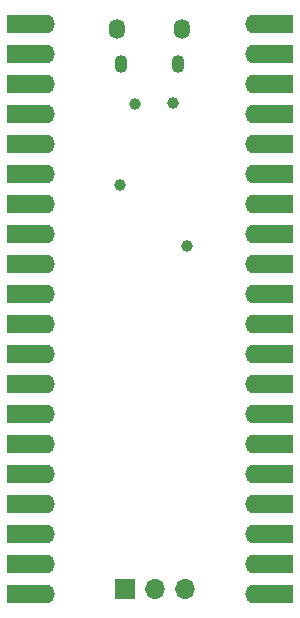
<source format=gbr>
%TF.GenerationSoftware,KiCad,Pcbnew,7.0.6*%
%TF.CreationDate,2023-08-11T11:38:24+07:00*%
%TF.ProjectId,Pico2040-Modular-Rev2,5069636f-3230-4343-902d-4d6f64756c61,rev?*%
%TF.SameCoordinates,Original*%
%TF.FileFunction,Soldermask,Bot*%
%TF.FilePolarity,Negative*%
%FSLAX46Y46*%
G04 Gerber Fmt 4.6, Leading zero omitted, Abs format (unit mm)*
G04 Created by KiCad (PCBNEW 7.0.6) date 2023-08-11 11:38:24*
%MOMM*%
%LPD*%
G01*
G04 APERTURE LIST*
%ADD10R,1.700000X1.700000*%
%ADD11O,1.700000X1.700000*%
%ADD12O,1.350000X1.700000*%
%ADD13O,1.100000X1.500000*%
%ADD14R,3.200000X1.600000*%
%ADD15O,1.700000X1.600000*%
%ADD16C,1.000000*%
G04 APERTURE END LIST*
D10*
%TO.C,J4*%
X88325000Y-89125000D03*
D11*
X90865000Y-89125000D03*
X93405000Y-89125000D03*
%TD*%
D12*
%TO.C,J1*%
X93160000Y-41700000D03*
D13*
X92850000Y-44700000D03*
X88010000Y-44700000D03*
D12*
X87700000Y-41700000D03*
%TD*%
D14*
%TO.C,J2*%
X79990000Y-41300000D03*
D15*
X81600000Y-41300000D03*
D14*
X79990000Y-43840000D03*
D15*
X81600000Y-43840000D03*
D14*
X79990000Y-46380000D03*
D15*
X81600000Y-46380000D03*
D14*
X79990000Y-48920000D03*
D15*
X81600000Y-48920000D03*
D14*
X79990000Y-51460000D03*
D15*
X81600000Y-51460000D03*
D14*
X79990000Y-54000000D03*
D15*
X81600000Y-54000000D03*
D14*
X79990000Y-56540000D03*
D15*
X81600000Y-56540000D03*
D14*
X79990000Y-59080000D03*
D15*
X81600000Y-59080000D03*
D14*
X79990000Y-61620000D03*
D15*
X81600000Y-61620000D03*
D14*
X79990000Y-64160000D03*
D15*
X81600000Y-64160000D03*
D14*
X79990000Y-66700000D03*
D15*
X81600000Y-66700000D03*
D14*
X79990000Y-69240000D03*
D15*
X81600000Y-69240000D03*
D14*
X79990000Y-71780000D03*
D15*
X81600000Y-71780000D03*
D14*
X79990000Y-74320000D03*
D15*
X81600000Y-74320000D03*
D14*
X79990000Y-76860000D03*
D15*
X81600000Y-76860000D03*
D14*
X79990000Y-79400000D03*
D15*
X81600000Y-79400000D03*
D14*
X79990000Y-81940000D03*
D15*
X81600000Y-81940000D03*
D14*
X79990000Y-84480000D03*
D15*
X81600000Y-84480000D03*
D14*
X79990000Y-87020000D03*
D15*
X81600000Y-87020000D03*
D14*
X79990000Y-89560000D03*
D15*
X81600000Y-89560000D03*
%TD*%
D16*
%TO.C,TP2*%
X92450000Y-48025000D03*
%TD*%
%TO.C,TP1*%
X89175000Y-48075000D03*
%TD*%
%TO.C,TP4*%
X87950000Y-54925000D03*
%TD*%
D14*
%TO.C,J3*%
X101010000Y-41300000D03*
D15*
X99400000Y-41300000D03*
D14*
X101010000Y-43840000D03*
D15*
X99400000Y-43840000D03*
D14*
X101010000Y-46380000D03*
D15*
X99400000Y-46380000D03*
D14*
X101010000Y-48920000D03*
D15*
X99400000Y-48920000D03*
D14*
X101010000Y-51460000D03*
D15*
X99400000Y-51460000D03*
D14*
X101010000Y-54000000D03*
D15*
X99400000Y-54000000D03*
D14*
X101010000Y-56540000D03*
D15*
X99400000Y-56540000D03*
D14*
X101010000Y-59080000D03*
D15*
X99400000Y-59080000D03*
D14*
X101010000Y-61620000D03*
D15*
X99400000Y-61620000D03*
D14*
X101010000Y-64160000D03*
D15*
X99400000Y-64160000D03*
D14*
X101010000Y-66700000D03*
D15*
X99400000Y-66700000D03*
D14*
X101010000Y-69240000D03*
D15*
X99400000Y-69240000D03*
D14*
X101010000Y-71780000D03*
D15*
X99400000Y-71780000D03*
D14*
X101010000Y-74320000D03*
D15*
X99400000Y-74320000D03*
D14*
X101010000Y-76860000D03*
D15*
X99400000Y-76860000D03*
D14*
X101010000Y-79400000D03*
D15*
X99400000Y-79400000D03*
D14*
X101010000Y-81940000D03*
D15*
X99400000Y-81940000D03*
D14*
X101010000Y-84480000D03*
D15*
X99400000Y-84480000D03*
D14*
X101010000Y-87020000D03*
D15*
X99400000Y-87020000D03*
D14*
X101010000Y-89560000D03*
D15*
X99400000Y-89560000D03*
%TD*%
D16*
%TO.C,TP3*%
X93600000Y-60100000D03*
%TD*%
M02*

</source>
